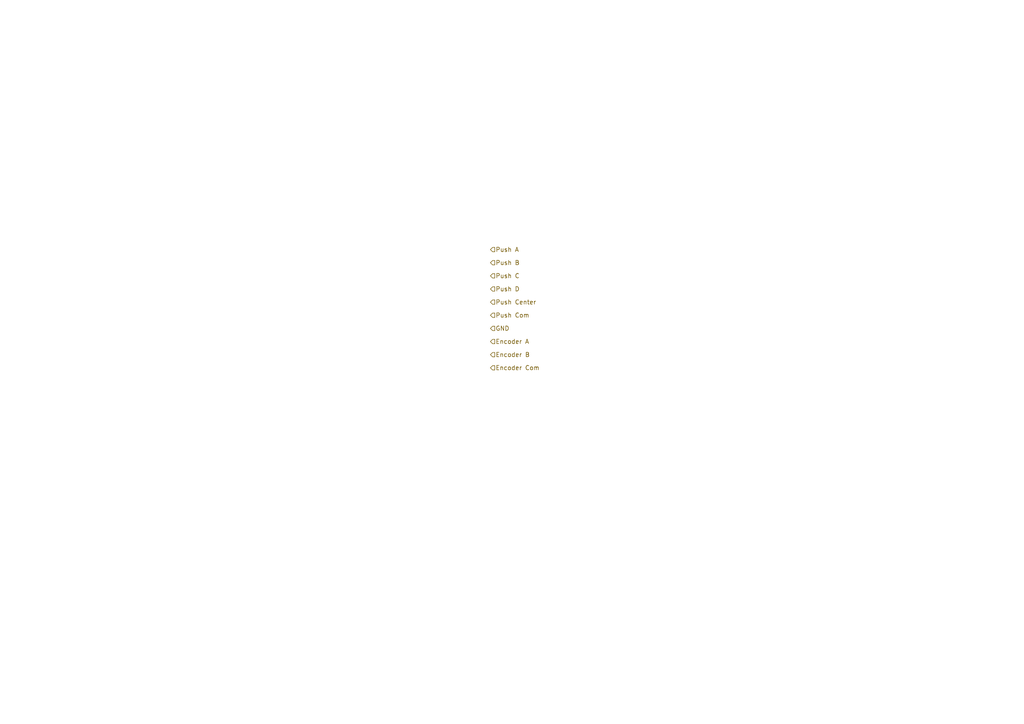
<source format=kicad_sch>
(kicad_sch (version 20211123) (generator eeschema)

  (uuid 49bc2d44-2592-4769-8281-46494aa8f5d3)

  (paper "A4")

  (lib_symbols
  )


  (hierarchical_label "Push C" (shape input) (at 142.24 80.01 0)
    (effects (font (size 1.27 1.27)) (justify left))
    (uuid 14999d0e-4e0c-4ec9-a7cb-88c272b22a6c)
  )
  (hierarchical_label "Push Center" (shape input) (at 142.24 87.63 0)
    (effects (font (size 1.27 1.27)) (justify left))
    (uuid 2352a4bd-3c93-4871-852e-4c105d68c121)
  )
  (hierarchical_label "Encoder A" (shape input) (at 142.24 99.06 0)
    (effects (font (size 1.27 1.27)) (justify left))
    (uuid 5c52799d-5c33-4505-99bb-6f3ff0647eb2)
  )
  (hierarchical_label "Push Com" (shape input) (at 142.24 91.44 0)
    (effects (font (size 1.27 1.27)) (justify left))
    (uuid 648f76e5-e2c1-4fe8-a343-6c13aa6426a8)
  )
  (hierarchical_label "GND" (shape input) (at 142.24 95.25 0)
    (effects (font (size 1.27 1.27)) (justify left))
    (uuid 7d20675d-2d35-4674-8544-90076d7e03b5)
  )
  (hierarchical_label "Push D" (shape input) (at 142.24 83.82 0)
    (effects (font (size 1.27 1.27)) (justify left))
    (uuid 84eb1363-4d95-4a40-9aef-47f2333f56aa)
  )
  (hierarchical_label "Encoder B" (shape input) (at 142.24 102.87 0)
    (effects (font (size 1.27 1.27)) (justify left))
    (uuid 85036cb0-4df3-4177-9bf9-524f2e2cd884)
  )
  (hierarchical_label "Encoder Com" (shape input) (at 142.24 106.68 0)
    (effects (font (size 1.27 1.27)) (justify left))
    (uuid 9a39ef3d-fcf8-43ac-a04c-cf9550dc358c)
  )
  (hierarchical_label "Push A" (shape input) (at 142.24 72.39 0)
    (effects (font (size 1.27 1.27)) (justify left))
    (uuid cfadeddf-442b-4347-ae7a-f19df8b9afb9)
  )
  (hierarchical_label "Push B" (shape input) (at 142.24 76.2 0)
    (effects (font (size 1.27 1.27)) (justify left))
    (uuid fbbc356b-2323-48ec-afc0-60a851ef3ea7)
  )
)

</source>
